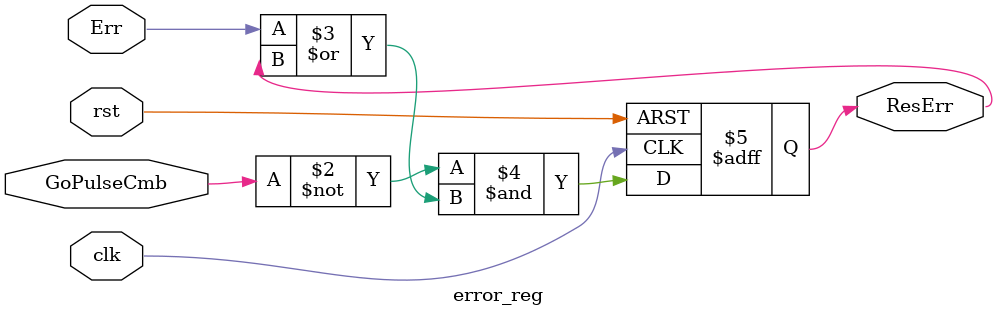
<source format=v>
module error_reg(
    input wire clk, rst, GoPulseCmb, Err,
    output reg ResErr
    );
    
    always @ (posedge clk, posedge rst) begin
        if (rst) ResErr <= 1'b0;
        else ResErr <= (~GoPulseCmb) & (Err | ResErr);
    end
    
endmodule

</source>
